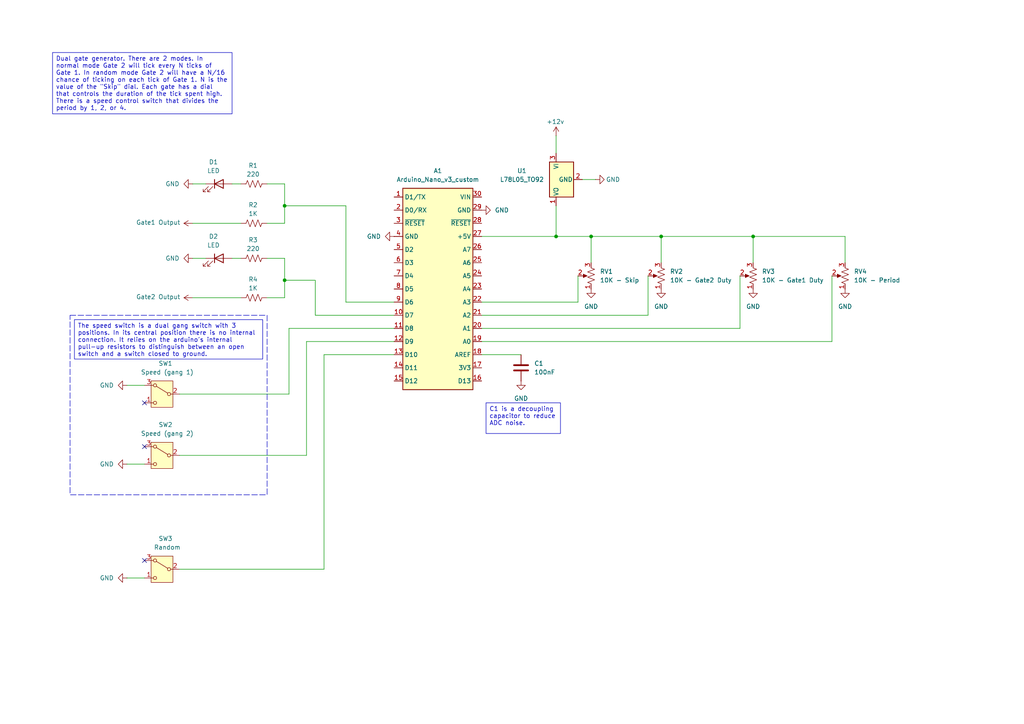
<source format=kicad_sch>
(kicad_sch (version 20231120) (generator "eeschema") (generator_version "8.0")
  (paper "A4")
  (lib_symbols
    (symbol "Device:C" (pin_numbers hide) (pin_names (offset 0.254))
      (property "Reference" "C" (at 0.635 2.54 0))
      (property "Value" "C" (at 0.635 -2.54 0))
      (symbol "C_0_1"
        (polyline (pts (xy -2.032 -0.762) (xy 2.032 -0.762)) (stroke (width 0.508)))
        (polyline (pts (xy -2.032 0.762) (xy 2.032 0.762)) (stroke (width 0.508)))
      )
      (symbol "C_1_1"
        (pin passive line (at 0 3.81 270) (length 2.794) (name "~") (number "1"))
        (pin passive line (at 0 -3.81 90) (length 2.794) (name "~") (number "2"))
      )
    )
    (symbol "Device:LED" (pin_numbers hide) (pin_names (offset 1.016) hide)
      (property "Reference" "D" (at 0 2.54 0))
      (property "Value" "LED" (at 0 -2.54 0))
      (symbol "LED_0_1"
        (polyline (pts (xy -1.27 -1.27) (xy -1.27 1.27)) (stroke (width 0.254)))
        (polyline (pts (xy -1.27 0) (xy 1.27 0)))
        (polyline (pts (xy 1.27 -1.27) (xy 1.27 1.27) (xy -1.27 0) (xy 1.27 -1.27)) (stroke (width 0.254)))
        (polyline (pts (xy -3.048 -0.762) (xy -4.572 -2.286) (xy -3.81 -2.286) (xy -4.572 -2.286) (xy -4.572 -1.524)))
        (polyline (pts (xy -1.778 -0.762) (xy -3.302 -2.286) (xy -2.54 -2.286) (xy -3.302 -2.286) (xy -3.302 -1.524)))
      )
      (symbol "LED_1_1"
        (pin passive line (at -3.81 0 0) (length 2.54) (name "K") (number "1"))
        (pin passive line (at 3.81 0 180) (length 2.54) (name "A") (number "2"))
      )
    )
    (symbol "Device:R_Potentiometer_US" (pin_names (offset 1.016) hide)
      (property "Reference" "RV" (at -4.445 0 90))
      (property "Value" "R_Potentiometer_US" (at -2.54 0 90))
      (symbol "R_Potentiometer_US_0_1"
        (polyline (pts (xy 0 -2.286) (xy 0 -2.54)))
        (polyline (pts (xy 0 2.54) (xy 0 2.286)))
        (polyline (pts (xy 2.54 0) (xy 1.524 0)))
        (polyline (pts (xy 1.143 0) (xy 2.286 0.508) (xy 2.286 -0.508) (xy 1.143 0)) (fill (type outline)))
        (polyline (pts (xy 0 -0.762) (xy 1.016 -1.143) (xy 0 -1.524) (xy -1.016 -1.905) (xy 0 -2.286)))
        (polyline (pts (xy 0 0.762) (xy 1.016 0.381) (xy 0 0) (xy -1.016 -0.381) (xy 0 -0.762)))
        (polyline (pts (xy 0 2.286) (xy 1.016 1.905) (xy 0 1.524) (xy -1.016 1.143) (xy 0 0.762)))
      )
      (symbol "R_Potentiometer_US_1_1"
        (pin passive line (at 0 3.81 270) (length 1.27) (name "1") (number "1"))
        (pin passive line (at 3.81 0 180) (length 1.27) (name "2") (number "2"))
        (pin passive line (at 0 -3.81 90) (length 1.27) (name "3") (number "3"))
      )
    )
    (symbol "Device:R_US" (pin_numbers hide) (pin_names (offset 0))
      (property "Reference" "R" (at 2.54 0 90))
      (property "Value" "R_US" (at -2.54 0 90))
      (symbol "R_US_0_1"
        (polyline (pts (xy 0 -2.286) (xy 0 -2.54)))
        (polyline (pts (xy 0 2.286) (xy 0 2.54)))
        (polyline (pts (xy 0 -0.762) (xy 1.016 -1.143) (xy 0 -1.524) (xy -1.016 -1.905) (xy 0 -2.286)))
        (polyline (pts (xy 0 0.762) (xy 1.016 0.381) (xy 0 0) (xy -1.016 -0.381) (xy 0 -0.762)))
        (polyline (pts (xy 0 2.286) (xy 1.016 1.905) (xy 0 1.524) (xy -1.016 1.143) (xy 0 0.762)))
      )
      (symbol "R_US_1_1"
        (pin passive line (at 0 3.81 270) (length 1.27) (name "~") (number "1"))
        (pin passive line (at 0 -3.81 90) (length 1.27) (name "~") (number "2"))
      )
    )
    (symbol "Regulator_Linear:L78L05_TO92" (pin_names (offset 0.254))
      (property "Reference" "U" (at -3.81 3.175 0))
      (property "Value" "L78L05_TO92" (at 0 3.175 0))
      (symbol "L78L05_TO92_0_1"
        (rectangle (start -5.08 -5.08) (end 5.08 1.905) (stroke (width 0.254)) (fill (type background)))
      )
      (symbol "L78L05_TO92_1_1"
        (pin power_out line (at 7.62 0 180) (length 2.54) (name "VO") (number "1"))
        (pin power_in line (at 0 -7.62 90) (length 2.54) (name "GND") (number "2"))
        (pin power_in line (at -7.62 0 0) (length 2.54) (name "VI") (number "3"))
      )
    )
    (symbol "Switch:SW_Nidec_CAS-120A1" (pin_names (offset 1) hide)
      (property "Reference" "SW" (at 0 4.318 0))
      (property "Value" "SW_Nidec_CAS-120A1" (at 0 -5.08 0))
      (symbol "SW_Nidec_CAS-120A1_0_1"
        (circle (center -2.032 0) (radius 0.4572))
        (polyline (pts (xy -1.651 0.254) (xy 1.651 2.286)))
        (circle (center 2.032 -2.54) (radius 0.4572))
        (circle (center 2.032 2.54) (radius 0.4572))
      )
      (symbol "SW_Nidec_CAS-120A1_1_1"
        (rectangle (start -3.175 3.81) (end 3.175 -3.81) (fill (type background)))
        (pin passive line (at 5.08 -2.54 180) (length 2.54) (name "C") (number "1"))
        (pin passive line (at -5.08 0 0) (length 2.54) (name "B") (number "2"))
        (pin passive line (at 5.08 2.54 180) (length 2.54) (name "A") (number "3"))
      )
    )
    (symbol "power:GND" (power) (pin_numbers hide) (pin_names (offset 0) hide)
      (property "Value" "GND" (at 0 -3.81 0))
      (symbol "GND_0_1"
        (polyline (pts (xy 0 0) (xy 0 -1.27) (xy 1.27 -1.27) (xy 0 -2.54) (xy -1.27 -1.27) (xy 0 -1.27)))
      )
      (symbol "GND_1_1"
        (pin power_in line (at 0 0 270) (length 0) (name "~") (number "1"))
      )
    )
    (symbol "power:VCC" (power) (pin_numbers hide) (pin_names (offset 0) hide)
      (property "Value" "VCC" (at 0 3.556 0))
      (symbol "VCC_0_1"
        (polyline (pts (xy -0.762 1.27) (xy 0 2.54)))
        (polyline (pts (xy 0 0) (xy 0 2.54)))
        (polyline (pts (xy 0 2.54) (xy 0.762 1.27)))
      )
      (symbol "VCC_1_1"
        (pin power_in line (at 0 0 90) (length 0) (name "~") (number "1"))
      )
    )
    (symbol "symbols:Arduino_Nano_v3_custom"
      (property "Reference" "A" (at -10.16 23.495 0))
      (property "Value" "Arduino_Nano_v3_custom" (at -12.192 -37.846 0))
      (symbol "Arduino_Nano_v3_custom_0_1"
        (rectangle (start -10.16 22.86) (end 10.16 -35.56) (stroke (width 0.254)) (fill (type background)))
      )
      (symbol "Arduino_Nano_v3_custom_1_1"
        (pin bidirectional line (at -12.7 20.32 0) (length 2.54) (name "D1/TX") (number "1"))
        (pin bidirectional line (at -12.7 -13.97 0) (length 2.54) (name "D7") (number "10"))
        (pin bidirectional line (at -12.7 -17.78 0) (length 2.54) (name "D8") (number "11"))
        (pin bidirectional line (at -12.7 -21.59 0) (length 2.54) (name "D9") (number "12"))
        (pin bidirectional line (at -12.7 -25.4 0) (length 2.54) (name "D10") (number "13"))
        (pin bidirectional line (at -12.7 -29.21 0) (length 2.54) (name "D11") (number "14"))
        (pin bidirectional line (at -12.7 -33.02 0) (length 2.54) (name "D12") (number "15"))
        (pin bidirectional line (at 12.7 -33.02 180) (length 2.54) (name "D13") (number "16"))
        (pin power_out line (at 12.7 -29.21 180) (length 2.54) (name "3V3") (number "17"))
        (pin input line (at 12.7 -25.4 180) (length 2.54) (name "AREF") (number "18"))
        (pin bidirectional line (at 12.7 -21.59 180) (length 2.54) (name "A0") (number "19"))
        (pin bidirectional line (at -12.7 16.51 0) (length 2.54) (name "D0/RX") (number "2"))
        (pin bidirectional line (at 12.7 -17.78 180) (length 2.54) (name "A1") (number "20"))
        (pin bidirectional line (at 12.7 -13.97 180) (length 2.54) (name "A2") (number "21"))
        (pin bidirectional line (at 12.7 -10.16 180) (length 2.54) (name "A3") (number "22"))
        (pin bidirectional line (at 12.7 -6.35 180) (length 2.54) (name "A4") (number "23"))
        (pin bidirectional line (at 12.7 -2.54 180) (length 2.54) (name "A5") (number "24"))
        (pin bidirectional line (at 12.7 1.27 180) (length 2.54) (name "A6") (number "25"))
        (pin bidirectional line (at 12.7 5.08 180) (length 2.54) (name "A7") (number "26"))
        (pin power_out line (at 12.7 8.89 180) (length 2.54) (name "+5V") (number "27"))
        (pin input line (at 12.7 12.7 180) (length 2.54) (name "~{RESET}") (number "28"))
        (pin power_in line (at 12.7 16.51 180) (length 2.54) (name "GND") (number "29"))
        (pin input line (at -12.7 12.7 0) (length 2.54) (name "~{RESET}") (number "3"))
        (pin power_in line (at 12.7 20.32 180) (length 2.54) (name "VIN") (number "30"))
        (pin power_in line (at -12.7 8.89 0) (length 2.54) (name "GND") (number "4"))
        (pin bidirectional line (at -12.7 5.08 0) (length 2.54) (name "D2") (number "5"))
        (pin bidirectional line (at -12.7 1.27 0) (length 2.54) (name "D3") (number "6"))
        (pin bidirectional line (at -12.7 -2.54 0) (length 2.54) (name "D4") (number "7"))
        (pin bidirectional line (at -12.7 -6.35 0) (length 2.54) (name "D5") (number "8"))
        (pin bidirectional line (at -12.7 -10.16 0) (length 2.54) (name "D6") (number "9"))
      )
    )
  )
  (junction (at 191.77 68.58))
  (junction (at 161.29 68.58))
  (junction (at 218.44 68.58))
  (junction (at 171.45 68.58))
  (junction (at 82.55 59.69))
  (junction (at 82.55 81.28))
  (no_connect (at 41.91 116.84))
  (no_connect (at 41.91 129.54))
  (no_connect (at 41.91 162.56))
  (wire (pts (xy 82.55 64.77) (xy 82.55 59.69)))
  (wire (pts (xy 218.44 76.2) (xy 218.44 68.58)))
  (wire (pts (xy 82.55 59.69) (xy 82.55 53.34)))
  (wire (pts (xy 82.55 74.93) (xy 82.55 81.28)))
  (wire (pts (xy 93.98 165.1) (xy 93.98 102.87)))
  (wire (pts (xy 241.3 80.01) (xy 241.3 99.06)))
  (wire (pts (xy 167.64 80.01) (xy 167.64 87.63)))
  (wire (pts (xy 52.07 132.08) (xy 88.9 132.08)))
  (wire (pts (xy 83.82 114.3) (xy 83.82 95.25)))
  (wire (pts (xy 55.88 53.34) (xy 59.69 53.34)))
  (wire (pts (xy 77.47 74.93) (xy 82.55 74.93)))
  (wire (pts (xy 77.47 64.77) (xy 82.55 64.77)))
  (wire (pts (xy 36.83 134.62) (xy 41.91 134.62)))
  (wire (pts (xy 91.44 91.44) (xy 91.44 81.28)))
  (wire (pts (xy 245.11 76.2) (xy 245.11 68.58)))
  (wire (pts (xy 67.31 74.93) (xy 69.85 74.93)))
  (wire (pts (xy 171.45 68.58) (xy 171.45 76.2)))
  (wire (pts (xy 114.3 91.44) (xy 91.44 91.44)))
  (wire (pts (xy 77.47 86.36) (xy 82.55 86.36)))
  (wire (pts (xy 187.96 91.44) (xy 139.7 91.44)))
  (wire (pts (xy 161.29 68.58) (xy 171.45 68.58)))
  (wire (pts (xy 187.96 80.01) (xy 187.96 91.44)))
  (wire (pts (xy 214.63 80.01) (xy 214.63 95.25)))
  (wire (pts (xy 191.77 68.58) (xy 191.77 76.2)))
  (wire (pts (xy 67.31 53.34) (xy 69.85 53.34)))
  (wire (pts (xy 114.3 87.63) (xy 100.33 87.63)))
  (wire (pts (xy 241.3 99.06) (xy 139.7 99.06)))
  (wire (pts (xy 167.64 87.63) (xy 139.7 87.63)))
  (wire (pts (xy 161.29 44.45) (xy 161.29 39.37)))
  (wire (pts (xy 191.77 68.58) (xy 218.44 68.58)))
  (wire (pts (xy 55.88 86.36) (xy 69.85 86.36)))
  (wire (pts (xy 100.33 59.69) (xy 82.55 59.69)))
  (wire (pts (xy 55.88 64.77) (xy 69.85 64.77)))
  (wire (pts (xy 139.7 102.87) (xy 151.13 102.87)))
  (wire (pts (xy 88.9 132.08) (xy 88.9 99.06)))
  (wire (pts (xy 77.47 53.34) (xy 82.55 53.34)))
  (wire (pts (xy 100.33 87.63) (xy 100.33 59.69)))
  (wire (pts (xy 55.88 74.93) (xy 59.69 74.93)))
  (wire (pts (xy 52.07 165.1) (xy 93.98 165.1)))
  (wire (pts (xy 82.55 81.28) (xy 82.55 86.36)))
  (wire (pts (xy 36.83 111.76) (xy 41.91 111.76)))
  (wire (pts (xy 36.83 167.64) (xy 41.91 167.64)))
  (wire (pts (xy 218.44 68.58) (xy 245.11 68.58)))
  (wire (pts (xy 88.9 99.06) (xy 114.3 99.06)))
  (wire (pts (xy 161.29 59.69) (xy 161.29 68.58)))
  (wire (pts (xy 82.55 81.28) (xy 91.44 81.28)))
  (wire (pts (xy 93.98 102.87) (xy 114.3 102.87)))
  (wire (pts (xy 52.07 114.3) (xy 83.82 114.3)))
  (wire (pts (xy 171.45 68.58) (xy 191.77 68.58)))
  (wire (pts (xy 214.63 95.25) (xy 139.7 95.25)))
  (wire (pts (xy 83.82 95.25) (xy 114.3 95.25)))
  (wire (pts (xy 139.7 68.58) (xy 161.29 68.58)))
  (wire (pts (xy 168.91 52.07) (xy 172.72 52.07)))
  (rectangle (start 20.32 91.44) (end 77.47 143.51) (stroke (width 0) (type dash)))
  (text_box "The speed switch is a dual gang switch with 3 positions. In its central position there is no internal connection. It relies on the arduino's internal pull-up resistors to distinguish between an open switch and a switch closed to ground." (at 21.59 92.71 0) (size 54.61 11.43) (effects (font (size 1.27 1.27)) (justify left top)))
  (text_box "C1 is a decoupling capacitor to reduce ADC noise." (at 140.97 116.84 0) (size 21.59 8.89) (effects (font (size 1.27 1.27)) (justify left top)))
  (text_box "Dual gate generator. There are 2 modes. In normal mode Gate 2 will tick every N ticks of Gate 1. In random mode Gate 2 will have a N/16 chance of ticking on each tick of Gate 1. N is the value of the \"Skip\" dial. Each gate has a dial that controls the duration of the tick spent high. There is a speed control switch that divides the period by 1, 2, or 4." (at 15.24 15.24 0) (size 52.07 17.78) (effects (font (size 1.27 1.27)) (justify left top)))
  (symbol (lib_id "power:VCC") (at 55.88 64.77 90) (unit 1)
    (property "Reference" "#PWR09" (effects (hide yes)))
    (property "Value" "Gate1 Output" (at 52.324 64.516 90) (effects (justify left)))
    (property "Description" "Power symbol creates a global label with name \"VCC\"" (effects (hide yes)))
  )
  (symbol (lib_id "Device:R_Potentiometer_US") (at 171.45 80.01 180) (unit 1)
    (property "Reference" "RV1" (at 173.99 78.7399 0) (effects (justify right)))
    (property "Value" "10K - Skip" (at 173.99 81.2799 0) (effects (justify right)))
    (property "Description" "Potentiometer, US symbol" (effects (hide yes)))
  )
  (symbol (lib_id "Switch:SW_Nidec_CAS-120A1") (at 46.99 114.3 0) (mirror y) (unit 1)
    (property "Reference" "SW1" (at 48.006 105.41 0))
    (property "Value" "Speed (gang 1)" (at 48.514 107.95 0))
    (property "Footprint" "Button_Switch_SMD:Nidec_Copal_CAS-120A" (effects (hide yes)))
    (property "Datasheet" "https://www.nidec-components.com/e/catalog/switch/cas.pdf" (effects (hide yes)))
    (property "Description" "Switch, single pole double throw" (effects (hide yes)))
  )
  (symbol (lib_id "Device:C") (at 151.13 106.68 180) (unit 1)
    (property "Reference" "C1" (at 154.94 105.4099 0) (effects (justify right)))
    (property "Value" "100nF" (at 154.94 107.9499 0) (effects (justify right)))
    (property "Description" "Unpolarized capacitor" (effects (hide yes)))
  )
  (symbol (lib_id "Device:R_US") (at 73.66 53.34 90) (unit 1)
    (property "Reference" "R1" (at 73.406 48.006 90))
    (property "Value" "220" (at 73.406 50.546 90))
    (property "Description" "Resistor, US symbol" (effects (hide yes)))
  )
  (symbol (lib_id "power:GND") (at 36.83 167.64 270) (unit 1)
    (property "Reference" "#PWR014" (effects (hide yes)))
    (property "Value" "GND" (at 33.02 167.6399 90) (effects (justify right)))
    (property "Description" "Power symbol creates a global label with name \"GND\" , ground" (effects (hide yes)))
  )
  (symbol (lib_id "power:GND") (at 55.88 74.93 270) (unit 1)
    (property "Reference" "#PWR010" (effects (hide yes)))
    (property "Value" "GND" (at 52.07 74.9299 90) (effects (justify right)))
    (property "Description" "Power symbol creates a global label with name \"GND\" , ground" (effects (hide yes)))
  )
  (symbol (lib_id "Switch:SW_Nidec_CAS-120A1") (at 46.99 132.08 0) (mirror y) (unit 1)
    (property "Reference" "SW2" (at 48.006 123.19 0))
    (property "Value" "Speed (gang 2)" (at 48.514 125.73 0))
    (property "Footprint" "Button_Switch_SMD:Nidec_Copal_CAS-120A" (effects (hide yes)))
    (property "Datasheet" "https://www.nidec-components.com/e/catalog/switch/cas.pdf" (effects (hide yes)))
    (property "Description" "Switch, single pole double throw" (effects (hide yes)))
  )
  (symbol (lib_id "power:VCC") (at 161.29 39.37 0) (unit 1)
    (property "Reference" "#PWR02" (effects (hide yes)))
    (property "Value" "+12v" (at 158.496 35.306 0) (effects (justify left)))
    (property "Description" "Power symbol creates a global label with name \"VCC\"" (effects (hide yes)))
  )
  (symbol (lib_id "Device:R_Potentiometer_US") (at 218.44 80.01 180) (unit 1)
    (property "Reference" "RV3" (at 220.98 78.7399 0) (effects (justify right)))
    (property "Value" "10K - Gate1 Duty" (at 220.98 81.2799 0) (effects (justify right)))
    (property "Description" "Potentiometer, US symbol" (effects (hide yes)))
  )
  (symbol (lib_id "power:GND") (at 218.44 83.82 0) (unit 1)
    (property "Reference" "#PWR016" (effects (hide yes)))
    (property "Value" "GND" (at 218.44 88.9 0))
    (property "Description" "Power symbol creates a global label with name \"GND\" , ground" (effects (hide yes)))
  )
  (symbol (lib_id "power:GND") (at 114.3 68.58 270) (unit 1)
    (property "Reference" "#PWR04" (effects (hide yes)))
    (property "Value" "GND" (at 110.49 68.5799 90) (effects (justify right)))
    (property "Description" "Power symbol creates a global label with name \"GND\" , ground" (effects (hide yes)))
  )
  (symbol (lib_id "Device:R_Potentiometer_US") (at 245.11 80.01 180) (unit 1)
    (property "Reference" "RV4" (at 247.65 78.7399 0) (effects (justify right)))
    (property "Value" "10K - Period" (at 247.65 81.2799 0) (effects (justify right)))
    (property "Description" "Potentiometer, US symbol" (effects (hide yes)))
  )
  (symbol (lib_id "power:GND") (at 191.77 83.82 0) (unit 1)
    (property "Reference" "#PWR015" (effects (hide yes)))
    (property "Value" "GND" (at 191.77 88.9 0))
    (property "Description" "Power symbol creates a global label with name \"GND\" , ground" (effects (hide yes)))
  )
  (symbol (lib_id "Device:R_US") (at 73.66 74.93 90) (unit 1)
    (property "Reference" "R3" (at 73.406 69.596 90))
    (property "Value" "220" (at 73.406 72.136 90))
    (property "Description" "Resistor, US symbol" (effects (hide yes)))
  )
  (symbol (lib_id "Device:LED") (at 63.5 74.93 0) (unit 1)
    (property "Reference" "D2" (at 61.9125 68.58 0))
    (property "Value" "LED" (at 61.9125 71.12 0))
    (property "Description" "Light emitting diode" (effects (hide yes)))
  )
  (symbol (lib_id "Device:LED") (at 63.5 53.34 0) (unit 1)
    (property "Reference" "D1" (at 61.9125 46.99 0))
    (property "Value" "LED" (at 61.9125 49.53 0))
    (property "Description" "Light emitting diode" (effects (hide yes)))
  )
  (symbol (lib_id "power:GND") (at 245.11 83.82 0) (unit 1)
    (property "Reference" "#PWR017" (effects (hide yes)))
    (property "Value" "GND" (at 245.11 88.9 0))
    (property "Description" "Power symbol creates a global label with name \"GND\" , ground" (effects (hide yes)))
  )
  (symbol (lib_id "power:GND") (at 171.45 83.82 0) (unit 1)
    (property "Reference" "#PWR07" (effects (hide yes)))
    (property "Value" "GND" (at 171.45 88.9 0))
    (property "Description" "Power symbol creates a global label with name \"GND\" , ground" (effects (hide yes)))
  )
  (symbol (lib_id "power:GND") (at 172.72 52.07 90) (unit 1)
    (property "Reference" "#PWR01" (effects (hide yes)))
    (property "Value" "GND" (at 177.8 52.07 90))
    (property "Description" "Power symbol creates a global label with name \"GND\" , ground" (effects (hide yes)))
  )
  (symbol (lib_id "Switch:SW_Nidec_CAS-120A1") (at 46.99 165.1 0) (mirror y) (unit 1)
    (property "Reference" "SW3" (at 48.006 156.21 0))
    (property "Value" "Random" (at 48.514 158.75 0))
    (property "Footprint" "Button_Switch_SMD:Nidec_Copal_CAS-120A" (effects (hide yes)))
    (property "Datasheet" "https://www.nidec-components.com/e/catalog/switch/cas.pdf" (effects (hide yes)))
    (property "Description" "Switch, single pole double throw" (effects (hide yes)))
  )
  (symbol (lib_id "power:VCC") (at 55.88 86.36 90) (unit 1)
    (property "Reference" "#PWR011" (effects (hide yes)))
    (property "Value" "Gate2 Output" (at 52.324 86.106 90) (effects (justify left)))
    (property "Description" "Power symbol creates a global label with name \"VCC\"" (effects (hide yes)))
  )
  (symbol (lib_id "power:GND") (at 55.88 53.34 270) (unit 1)
    (property "Reference" "#PWR08" (effects (hide yes)))
    (property "Value" "GND" (at 52.07 53.3399 90) (effects (justify right)))
    (property "Description" "Power symbol creates a global label with name \"GND\" , ground" (effects (hide yes)))
  )
  (symbol (lib_id "power:GND") (at 36.83 134.62 270) (unit 1)
    (property "Reference" "#PWR013" (effects (hide yes)))
    (property "Value" "GND" (at 33.02 134.6199 90) (effects (justify right)))
    (property "Description" "Power symbol creates a global label with name \"GND\" , ground" (effects (hide yes)))
  )
  (symbol (lib_id "symbols:Arduino_Nano_v3_custom") (at 127 77.47 0) (unit 1)
    (property "Reference" "A1" (at 127 49.53 0))
    (property "Value" "Arduino_Nano_v3_custom" (at 127 52.07 0))
    (property "Footprint" "Module:Arduino_Nano" (effects (hide yes)))
    (property "Datasheet" "http://www.mouser.com/pdfdocs/Gravitech_Arduino_Nano3_0.pdf" (effects (hide yes)))
    (property "Description" "Arduino Nano" (effects (hide yes)))
  )
  (symbol (lib_id "power:GND") (at 151.13 110.49 0) (unit 1)
    (property "Reference" "#PWR05" (effects (hide yes)))
    (property "Value" "GND" (at 151.13 115.57 0))
    (property "Description" "Power symbol creates a global label with name \"GND\" , ground" (effects (hide yes)))
  )
  (symbol (lib_id "Regulator_Linear:L78L05_TO92") (at 161.29 52.07 90) (mirror x) (unit 1)
    (property "Reference" "U1" (at 151.384 49.53 90))
    (property "Value" "L78L05_TO92" (at 151.384 52.07 90))
    (property "Footprint" "Package_TO_SOT_THT:TO-92_Inline" (effects (hide yes)))
    (property "Datasheet" "http://www.st.com/content/ccc/resource/technical/document/datasheet/15/55/e5/aa/23/5b/43/fd/CD00000446.pdf/files/CD00000446.pdf/jcr:content/translations/en.CD00000446.pdf" (effects (hide yes)))
    (property "Description" "Positive 100mA 30V Linear Regulator, Fixed Output 5V, TO-92" (effects (hide yes)))
  )
  (symbol (lib_id "Device:R_US") (at 73.66 86.36 90) (unit 1)
    (property "Reference" "R4" (at 73.406 81.026 90))
    (property "Value" "1K" (at 73.406 83.566 90))
    (property "Description" "Resistor, US symbol" (effects (hide yes)))
  )
  (symbol (lib_id "Device:R_Potentiometer_US") (at 191.77 80.01 180) (unit 1)
    (property "Reference" "RV2" (at 194.31 78.7399 0) (effects (justify right)))
    (property "Value" "10K - Gate2 Duty" (at 194.31 81.2799 0) (effects (justify right)))
    (property "Description" "Potentiometer, US symbol" (effects (hide yes)))
  )
  (symbol (lib_id "power:GND") (at 139.7 60.96 90) (unit 1)
    (property "Reference" "#PWR03" (effects (hide yes)))
    (property "Value" "GND" (at 143.51 60.9599 90) (effects (justify right)))
    (property "Description" "Power symbol creates a global label with name \"GND\" , ground" (effects (hide yes)))
  )
  (symbol (lib_id "power:GND") (at 36.83 111.76 270) (unit 1)
    (property "Reference" "#PWR012" (effects (hide yes)))
    (property "Value" "GND" (at 33.02 111.7599 90) (effects (justify right)))
    (property "Description" "Power symbol creates a global label with name \"GND\" , ground" (effects (hide yes)))
  )
  (symbol (lib_id "Device:R_US") (at 73.66 64.77 90) (unit 1)
    (property "Reference" "R2" (at 73.406 59.436 90))
    (property "Value" "1K" (at 73.406 61.976 90))
    (property "Description" "Resistor, US symbol" (effects (hide yes)))
  )
)
</source>
